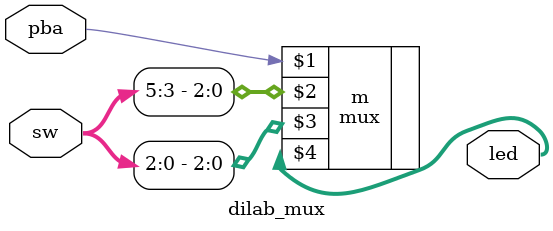
<source format=v>
module dilab_mux(pba, sw, led);

(* altera_attribute = "-name IO_STANDARD \"2.5-V\"", chip_pin = "54" *)
input pba;

(* altera_attribute = "-name IO_STANDARD \"2.5-V\"", chip_pin = "88,89,90,46,25,24" *)
input [5:0] sw;

(* altera_attribute = "-name IO_STANDARD \"2.5-V\"", chip_pin = "67,66,65" *)
output [2:0] led;

mux #(3) m(pba , sw[5:3], sw[2:0], led[2:0]);

endmodule

</source>
